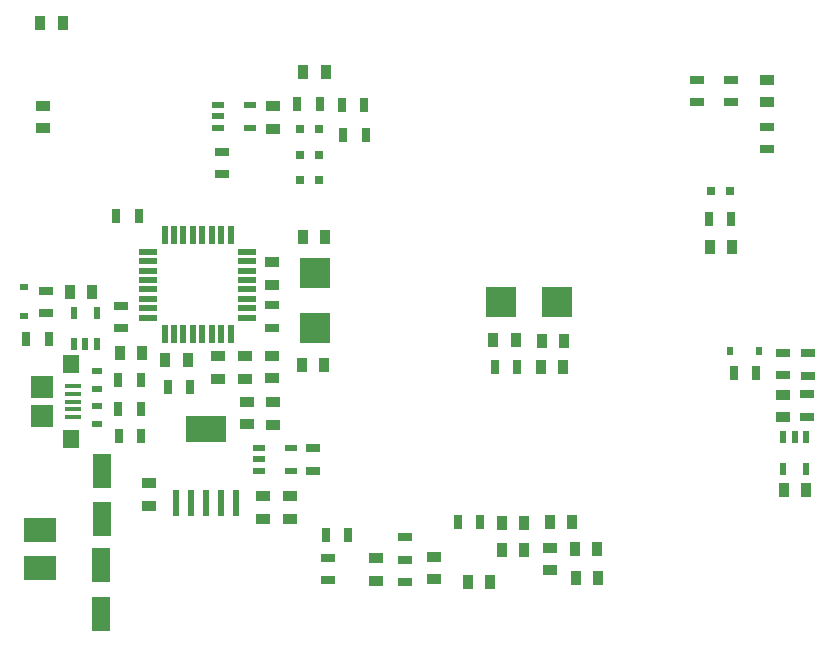
<source format=gtp>
G04*
G04 #@! TF.GenerationSoftware,Altium Limited,Altium Designer,22.1.2 (22)*
G04*
G04 Layer_Color=8421504*
%FSLAX25Y25*%
%MOIN*%
G70*
G04*
G04 #@! TF.SameCoordinates,CB3FAF70-DFB5-4037-BA8D-DCE23A76FFA9*
G04*
G04*
G04 #@! TF.FilePolarity,Positive*
G04*
G01*
G75*
%ADD13R,0.03543X0.05118*%
%ADD14R,0.05118X0.03543*%
%ADD15R,0.05512X0.06299*%
%ADD16R,0.07480X0.07480*%
%ADD17R,0.05315X0.01575*%
%ADD18R,0.13780X0.08661*%
%ADD19R,0.02362X0.08661*%
%ADD20R,0.03937X0.02165*%
%ADD21R,0.06299X0.11811*%
%ADD22R,0.10630X0.07874*%
%ADD23R,0.02165X0.03937*%
%ADD24R,0.03150X0.03150*%
%ADD25R,0.02756X0.05118*%
%ADD26R,0.10236X0.09843*%
%ADD27R,0.05118X0.02756*%
%ADD28R,0.09843X0.10236*%
%ADD29R,0.05906X0.02165*%
%ADD30R,0.02165X0.05906*%
%ADD31R,0.02700X0.02200*%
%ADD32R,0.02200X0.02700*%
%ADD33R,0.03543X0.02362*%
D13*
X182777Y99405D02*
D03*
X175296D02*
D03*
X8268Y205512D02*
D03*
X15748D02*
D03*
X182480Y90551D02*
D03*
X175000D02*
D03*
X166732Y99606D02*
D03*
X159252D02*
D03*
X255984Y49567D02*
D03*
X263465D02*
D03*
X178017Y38993D02*
D03*
X185498D02*
D03*
X169594Y38770D02*
D03*
X162114D02*
D03*
X186417Y29921D02*
D03*
X193898D02*
D03*
X194095Y20472D02*
D03*
X186614D02*
D03*
X57395Y92879D02*
D03*
X49915D02*
D03*
X103150Y133858D02*
D03*
X95669D02*
D03*
X102756Y91339D02*
D03*
X95276D02*
D03*
X158268Y18898D02*
D03*
X150787D02*
D03*
X103347Y188976D02*
D03*
X95866D02*
D03*
X169488Y29528D02*
D03*
X162008D02*
D03*
X25543Y115609D02*
D03*
X18063D02*
D03*
X42126Y95276D02*
D03*
X34646D02*
D03*
X238779Y130709D02*
D03*
X231299D02*
D03*
D14*
X44488Y44488D02*
D03*
Y51968D02*
D03*
X9055Y170276D02*
D03*
Y177756D02*
D03*
X76427Y94194D02*
D03*
Y86713D02*
D03*
X85486Y86993D02*
D03*
Y94473D02*
D03*
X82284Y47638D02*
D03*
X67515Y94214D02*
D03*
Y86734D02*
D03*
X177953Y30512D02*
D03*
Y23031D02*
D03*
X85433Y118110D02*
D03*
Y125591D02*
D03*
X250394Y178937D02*
D03*
Y186417D02*
D03*
X82284Y40157D02*
D03*
X120079Y26969D02*
D03*
Y19488D02*
D03*
X139370Y27362D02*
D03*
Y19882D02*
D03*
X85827Y177559D02*
D03*
Y170079D02*
D03*
Y78937D02*
D03*
Y71457D02*
D03*
X255906Y74016D02*
D03*
Y81496D02*
D03*
X91339Y47638D02*
D03*
Y40157D02*
D03*
X77072Y79065D02*
D03*
Y71585D02*
D03*
D15*
X18305Y66535D02*
D03*
Y91732D02*
D03*
D16*
X8659Y83858D02*
D03*
Y74410D02*
D03*
D17*
X19191Y84252D02*
D03*
Y81693D02*
D03*
Y79134D02*
D03*
Y76575D02*
D03*
Y74016D02*
D03*
D18*
X63386Y69882D02*
D03*
D19*
X73386Y45472D02*
D03*
X68386D02*
D03*
X63386D02*
D03*
X58386D02*
D03*
X53386D02*
D03*
D20*
X77953Y170472D02*
D03*
Y177953D02*
D03*
X67323Y170472D02*
D03*
Y174213D02*
D03*
Y177953D02*
D03*
X91733Y56128D02*
D03*
Y63609D02*
D03*
X81103Y56128D02*
D03*
Y59869D02*
D03*
Y63609D02*
D03*
D21*
X28431Y8393D02*
D03*
Y24534D02*
D03*
X28740Y56102D02*
D03*
Y39961D02*
D03*
D22*
X8268Y23622D02*
D03*
Y36220D02*
D03*
D23*
X26969Y108843D02*
D03*
X19489D02*
D03*
X26969Y98213D02*
D03*
X23229D02*
D03*
X19489D02*
D03*
X263386Y67323D02*
D03*
X259646D02*
D03*
X255906D02*
D03*
X263386Y56693D02*
D03*
X255906D02*
D03*
D24*
X101181Y170079D02*
D03*
X94882D02*
D03*
Y153150D02*
D03*
X101181D02*
D03*
X94882Y161417D02*
D03*
X101181D02*
D03*
X231890Y149213D02*
D03*
X238189D02*
D03*
D25*
X159646Y90551D02*
D03*
X167126D02*
D03*
X58135Y83903D02*
D03*
X50655D02*
D03*
X108733Y177978D02*
D03*
X116213D02*
D03*
X109178Y168092D02*
D03*
X116659D02*
D03*
X40945Y140945D02*
D03*
X33465D02*
D03*
X34252Y86221D02*
D03*
X41732D02*
D03*
X34252Y76772D02*
D03*
X41732D02*
D03*
X34449Y67716D02*
D03*
X41929D02*
D03*
X154921Y38976D02*
D03*
X147441D02*
D03*
X239370Y88583D02*
D03*
X246850D02*
D03*
X101378Y178347D02*
D03*
X93898D02*
D03*
X238583Y140157D02*
D03*
X231102D02*
D03*
X3543Y100000D02*
D03*
X11024D02*
D03*
X110885Y34566D02*
D03*
X103405D02*
D03*
D26*
X180311Y112205D02*
D03*
X161811D02*
D03*
D27*
X129921Y26378D02*
D03*
Y18898D02*
D03*
X68898Y154921D02*
D03*
Y162402D02*
D03*
X35039Y111024D02*
D03*
Y103543D02*
D03*
X85433Y103740D02*
D03*
Y111221D02*
D03*
X238583Y178937D02*
D03*
Y186417D02*
D03*
X227165Y178937D02*
D03*
Y186417D02*
D03*
X250394Y163189D02*
D03*
Y170669D02*
D03*
X263844Y74133D02*
D03*
Y81613D02*
D03*
X10236Y108661D02*
D03*
Y116142D02*
D03*
X264181Y95319D02*
D03*
Y87839D02*
D03*
X104243Y27059D02*
D03*
Y19579D02*
D03*
X98992Y56069D02*
D03*
Y63550D02*
D03*
X255887Y95473D02*
D03*
Y87993D02*
D03*
X129921Y26378D02*
D03*
Y33858D02*
D03*
D28*
X99606Y122098D02*
D03*
Y103598D02*
D03*
D29*
X77165Y107087D02*
D03*
Y110236D02*
D03*
Y113386D02*
D03*
Y116535D02*
D03*
Y119685D02*
D03*
Y122835D02*
D03*
Y125984D02*
D03*
Y129134D02*
D03*
X44094D02*
D03*
Y125984D02*
D03*
Y122835D02*
D03*
Y119685D02*
D03*
Y116535D02*
D03*
Y113386D02*
D03*
Y110236D02*
D03*
Y107087D02*
D03*
D30*
X71653Y134646D02*
D03*
X68504D02*
D03*
X65354D02*
D03*
X62205D02*
D03*
X59055D02*
D03*
X55905D02*
D03*
X52756D02*
D03*
X49606D02*
D03*
Y101575D02*
D03*
X52756D02*
D03*
X55905D02*
D03*
X59055D02*
D03*
X62205Y101575D02*
D03*
X65354Y101575D02*
D03*
X68504D02*
D03*
X71653D02*
D03*
D31*
X2756Y107798D02*
D03*
Y117398D02*
D03*
D32*
X247618Y95888D02*
D03*
X238018D02*
D03*
D33*
X27165Y83465D02*
D03*
Y89370D02*
D03*
Y77559D02*
D03*
Y71653D02*
D03*
M02*

</source>
